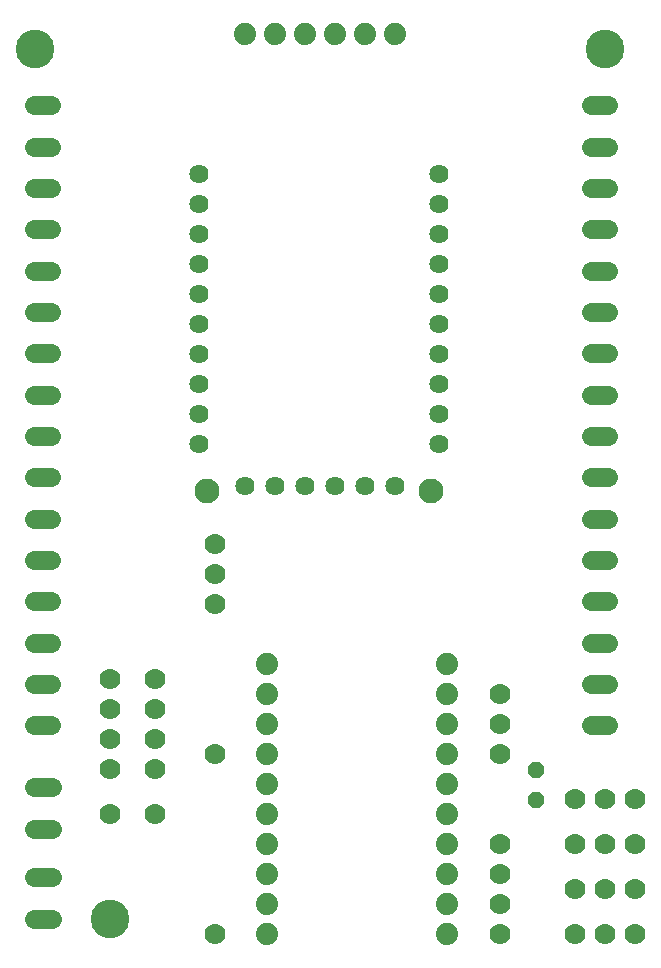
<source format=gbr>
G04 EAGLE Gerber RS-274X export*
G75*
%MOMM*%
%FSLAX34Y34*%
%LPD*%
%INSoldermask Bottom*%
%IPPOS*%
%AMOC8*
5,1,8,0,0,1.08239X$1,22.5*%
G01*
G04 Define Apertures*
%ADD10C,3.276600*%
%ADD11C,1.609600*%
%ADD12C,2.101600*%
%ADD13C,1.625600*%
%ADD14P,1.539592X8X112.500000*%
%ADD15C,1.778000*%
%ADD16C,1.879600*%
D10*
X520700Y863600D03*
X38100Y863600D03*
X101600Y127000D03*
D11*
X51990Y127280D02*
X36910Y127280D01*
X36910Y162280D02*
X51990Y162280D01*
X51990Y203480D02*
X36910Y203480D01*
X36910Y238480D02*
X51990Y238480D01*
D12*
X373692Y488850D03*
X183692Y488850D03*
D13*
X215892Y493250D03*
X241292Y493250D03*
X266692Y493250D03*
X292092Y493250D03*
X317492Y493250D03*
X342892Y493250D03*
X176522Y579610D03*
X176522Y605010D03*
X176522Y630410D03*
X176522Y655810D03*
X176522Y681210D03*
X176522Y706610D03*
X176522Y732010D03*
X176522Y757410D03*
X176522Y554210D03*
X176522Y528810D03*
X379722Y757410D03*
X379722Y732010D03*
X379722Y706610D03*
X379722Y681210D03*
X379722Y655810D03*
X379722Y630410D03*
X379722Y605010D03*
X379722Y579610D03*
X379722Y554210D03*
X379722Y528810D03*
D11*
X51940Y290700D02*
X36860Y290700D01*
X36860Y325700D02*
X51940Y325700D01*
X51940Y360700D02*
X36860Y360700D01*
X36860Y395700D02*
X51940Y395700D01*
X51940Y430700D02*
X36860Y430700D01*
X36860Y465700D02*
X51940Y465700D01*
X51940Y500700D02*
X36860Y500700D01*
X36860Y535700D02*
X51940Y535700D01*
X51940Y570700D02*
X36860Y570700D01*
X36860Y605700D02*
X51940Y605700D01*
X51940Y640700D02*
X36860Y640700D01*
X36860Y675700D02*
X51940Y675700D01*
X51940Y710700D02*
X36860Y710700D01*
X36860Y745700D02*
X51940Y745700D01*
X51940Y780700D02*
X36860Y780700D01*
X36860Y815700D02*
X51940Y815700D01*
X508460Y815700D02*
X523540Y815700D01*
X523540Y780700D02*
X508460Y780700D01*
X508460Y745700D02*
X523540Y745700D01*
X523540Y710700D02*
X508460Y710700D01*
X508460Y675700D02*
X523540Y675700D01*
X523540Y640700D02*
X508460Y640700D01*
X508460Y605700D02*
X523540Y605700D01*
X523540Y570700D02*
X508460Y570700D01*
X508460Y535700D02*
X523540Y535700D01*
X523540Y500700D02*
X508460Y500700D01*
X508460Y465700D02*
X523540Y465700D01*
X523540Y430700D02*
X508460Y430700D01*
X508460Y395700D02*
X523540Y395700D01*
X523540Y360700D02*
X508460Y360700D01*
X508460Y325700D02*
X523540Y325700D01*
X523540Y290700D02*
X508460Y290700D01*
D14*
X462280Y227584D03*
X462280Y252984D03*
D15*
X495300Y228600D03*
X520700Y228600D03*
X546100Y228600D03*
X495300Y190500D03*
X520700Y190500D03*
X546100Y190500D03*
X495300Y152400D03*
X520700Y152400D03*
X546100Y152400D03*
X495300Y114300D03*
X520700Y114300D03*
X546100Y114300D03*
X190500Y393700D03*
X190500Y419100D03*
X190500Y444500D03*
D16*
X215900Y876300D03*
X241300Y876300D03*
X266700Y876300D03*
X292100Y876300D03*
X317500Y876300D03*
X342900Y876300D03*
D15*
X101600Y254000D03*
X101600Y279400D03*
X101600Y304800D03*
X101600Y330200D03*
X139700Y254000D03*
X139700Y279400D03*
X139700Y304800D03*
X139700Y330200D03*
D16*
X234442Y342900D03*
X234442Y317500D03*
X234442Y292100D03*
X234442Y266700D03*
X234442Y241300D03*
X234442Y215900D03*
X234442Y190500D03*
X234442Y165100D03*
X234442Y139700D03*
X234442Y114300D03*
X386842Y114300D03*
X386842Y139700D03*
X386842Y165100D03*
X386842Y190500D03*
X386842Y215900D03*
X386842Y241300D03*
X386842Y266700D03*
X386842Y292100D03*
X386842Y317500D03*
X386842Y342900D03*
D15*
X190500Y266700D03*
X190500Y114300D03*
X431800Y165100D03*
X431800Y190500D03*
X431800Y317500D03*
X431800Y139700D03*
X431800Y114300D03*
X139700Y215900D03*
X101600Y215900D03*
X431800Y266700D03*
X431800Y292100D03*
M02*

</source>
